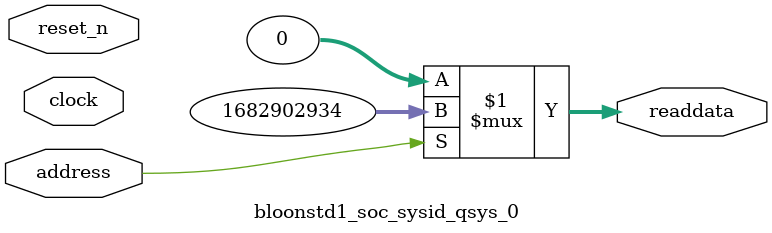
<source format=v>



// synthesis translate_off
`timescale 1ns / 1ps
// synthesis translate_on

// turn off superfluous verilog processor warnings 
// altera message_level Level1 
// altera message_off 10034 10035 10036 10037 10230 10240 10030 

module bloonstd1_soc_sysid_qsys_0 (
               // inputs:
                address,
                clock,
                reset_n,

               // outputs:
                readdata
             )
;

  output  [ 31: 0] readdata;
  input            address;
  input            clock;
  input            reset_n;

  wire    [ 31: 0] readdata;
  //control_slave, which is an e_avalon_slave
  assign readdata = address ? 1682902934 : 0;

endmodule



</source>
